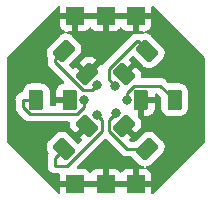
<source format=gtl>
%TF.GenerationSoftware,KiCad,Pcbnew,(6.0.0-rc1-124-g18b4ebcc17)*%
%TF.CreationDate,2022-01-01T14:30:36+10:30*%
%TF.ProjectId,ring_pcb,72696e67-5f70-4636-922e-6b696361645f,rev?*%
%TF.SameCoordinates,Original*%
%TF.FileFunction,Copper,L1,Top*%
%TF.FilePolarity,Positive*%
%FSLAX46Y46*%
G04 Gerber Fmt 4.6, Leading zero omitted, Abs format (unit mm)*
G04 Created by KiCad (PCBNEW (6.0.0-rc1-124-g18b4ebcc17)) date 2022-01-01 14:30:36*
%MOMM*%
%LPD*%
G01*
G04 APERTURE LIST*
G04 Aperture macros list*
%AMRoundRect*
0 Rectangle with rounded corners*
0 $1 Rounding radius*
0 $2 $3 $4 $5 $6 $7 $8 $9 X,Y pos of 4 corners*
0 Add a 4 corners polygon primitive as box body*
4,1,4,$2,$3,$4,$5,$6,$7,$8,$9,$2,$3,0*
0 Add four circle primitives for the rounded corners*
1,1,$1+$1,$2,$3*
1,1,$1+$1,$4,$5*
1,1,$1+$1,$6,$7*
1,1,$1+$1,$8,$9*
0 Add four rect primitives between the rounded corners*
20,1,$1+$1,$2,$3,$4,$5,0*
20,1,$1+$1,$4,$5,$6,$7,0*
20,1,$1+$1,$6,$7,$8,$9,0*
20,1,$1+$1,$8,$9,$2,$3,0*%
G04 Aperture macros list end*
%TA.AperFunction,SMDPad,CuDef*%
%ADD10R,1.500000X1.500000*%
%TD*%
%TA.AperFunction,SMDPad,CuDef*%
%ADD11RoundRect,0.250000X0.176777X-0.707107X0.707107X-0.176777X-0.176777X0.707107X-0.707107X0.176777X0*%
%TD*%
%TA.AperFunction,SMDPad,CuDef*%
%ADD12RoundRect,0.250000X-0.707107X-0.176777X-0.176777X-0.707107X0.707107X0.176777X0.176777X0.707107X0*%
%TD*%
%TA.AperFunction,SMDPad,CuDef*%
%ADD13RoundRect,0.250000X-0.176777X0.707107X-0.707107X0.176777X0.176777X-0.707107X0.707107X-0.176777X0*%
%TD*%
%TA.AperFunction,SMDPad,CuDef*%
%ADD14RoundRect,0.250000X0.707107X0.176777X0.176777X0.707107X-0.707107X-0.176777X-0.176777X-0.707107X0*%
%TD*%
%TA.AperFunction,SMDPad,CuDef*%
%ADD15RoundRect,0.250000X-0.375000X-0.625000X0.375000X-0.625000X0.375000X0.625000X-0.375000X0.625000X0*%
%TD*%
%TA.AperFunction,SMDPad,CuDef*%
%ADD16RoundRect,0.250000X0.375000X0.625000X-0.375000X0.625000X-0.375000X-0.625000X0.375000X-0.625000X0*%
%TD*%
%TA.AperFunction,ViaPad*%
%ADD17C,0.800000*%
%TD*%
%TA.AperFunction,Conductor*%
%ADD18C,0.250000*%
%TD*%
G04 APERTURE END LIST*
D10*
%TO.P,TP8,1,1*%
%TO.N,GND*%
X137160000Y-106172000D03*
%TD*%
%TO.P,TP11,1,1*%
%TO.N,GND*%
X134569200Y-106172000D03*
%TD*%
D11*
%TO.P,D1,1,K*%
%TO.N,GND*%
X138710051Y-96874949D03*
%TO.P,D1,2,A*%
%TO.N,/N1*%
X140689949Y-94895051D03*
%TD*%
D12*
%TO.P,D2,1,K*%
%TO.N,GND*%
X138710051Y-101245051D03*
%TO.P,D2,2,A*%
%TO.N,/N2*%
X140689949Y-103224949D03*
%TD*%
D10*
%TO.P,TP10,1,1*%
%TO.N,GND*%
X139750800Y-91948000D03*
%TD*%
%TO.P,TP9,1,1*%
%TO.N,GND*%
X139750800Y-106172000D03*
%TD*%
D13*
%TO.P,D3,1,K*%
%TO.N,GND*%
X135609949Y-101245051D03*
%TO.P,D3,2,A*%
%TO.N,/N3*%
X133630051Y-103224949D03*
%TD*%
D14*
%TO.P,D6,1,K*%
%TO.N,GND*%
X135609949Y-96874949D03*
%TO.P,D6,2,A*%
%TO.N,/N6*%
X133630051Y-94895051D03*
%TD*%
D10*
%TO.P,TP12,1,1*%
%TO.N,GND*%
X134569200Y-91948000D03*
%TD*%
%TO.P,TP7,1,1*%
%TO.N,GND*%
X137160000Y-91948000D03*
%TD*%
D15*
%TO.P,D4,1,K*%
%TO.N,GND*%
X140205000Y-99060000D03*
%TO.P,D4,2,A*%
%TO.N,/N4*%
X143005000Y-99060000D03*
%TD*%
D16*
%TO.P,D5,1,K*%
%TO.N,GND*%
X134115000Y-99060000D03*
%TO.P,D5,2,A*%
%TO.N,/N5*%
X131315000Y-99060000D03*
%TD*%
D17*
%TO.N,/N1*%
X137958497Y-97855100D03*
%TO.N,/N3*%
X136412301Y-100315698D03*
%TO.N,/N4*%
X138980500Y-99060000D03*
%TO.N,/N5*%
X135339500Y-99060000D03*
%TO.N,/N6*%
X136412302Y-97804301D03*
%TO.N,/N2*%
X138040874Y-100182523D03*
%TD*%
D18*
%TO.N,/N1*%
X137958497Y-97855100D02*
X137428424Y-97325027D01*
X137428424Y-97325027D02*
X137428424Y-96460200D01*
X137428424Y-96460200D02*
X139793673Y-94094951D01*
X139889849Y-94094951D02*
X140689949Y-94895051D01*
X139793673Y-94094951D02*
X139889849Y-94094951D01*
%TO.N,/N3*%
X132892800Y-104648000D02*
X133903376Y-104648000D01*
X136891576Y-101659800D02*
X136891576Y-100794973D01*
X133903376Y-104648000D02*
X136891576Y-101659800D01*
X133630051Y-103224949D02*
X132892800Y-103962200D01*
X132892800Y-103962200D02*
X132892800Y-104648000D01*
X136891576Y-100794973D02*
X136412301Y-100315698D01*
%TO.N,/N4*%
X143005000Y-99060000D02*
X141805480Y-97860480D01*
X141805480Y-97860480D02*
X139592026Y-97860480D01*
X138980500Y-98472006D02*
X138980500Y-99060000D01*
X139592026Y-97860480D02*
X138980500Y-98472006D01*
%TO.N,/N5*%
X134727974Y-100259520D02*
X135339500Y-99647994D01*
X135339500Y-99647994D02*
X135339500Y-99060000D01*
X130175000Y-99060000D02*
X130175000Y-99695000D01*
X130175000Y-99695000D02*
X130739520Y-100259520D01*
X130739520Y-100259520D02*
X134727974Y-100259520D01*
X131315000Y-99060000D02*
X130175000Y-99060000D01*
%TO.N,/N6*%
X136020203Y-98196400D02*
X136412302Y-97804301D01*
X132892800Y-95854176D02*
X135235024Y-98196400D01*
X132892800Y-95632302D02*
X132892800Y-95808800D01*
X133630051Y-94895051D02*
X132892800Y-95632302D01*
X135235024Y-98196400D02*
X136020203Y-98196400D01*
X132892800Y-95808800D02*
X132892800Y-95854176D01*
%TO.N,/N2*%
X137428424Y-101659800D02*
X138993573Y-103224949D01*
X138040874Y-100182523D02*
X137428424Y-100794973D01*
X138993573Y-103224949D02*
X140689949Y-103224949D01*
X137428424Y-100794973D02*
X137428424Y-101659800D01*
%TD*%
%TA.AperFunction,Conductor*%
%TO.N,GND*%
G36*
X141217311Y-91136185D02*
G01*
X141223894Y-91142314D01*
X145505095Y-95423515D01*
X145539121Y-95485827D01*
X145542000Y-95512610D01*
X145542000Y-102607390D01*
X145521998Y-102675511D01*
X145505095Y-102696485D01*
X141223895Y-106977685D01*
X141161583Y-107011711D01*
X141090768Y-107006646D01*
X141033932Y-106964099D01*
X141009121Y-106897579D01*
X141008800Y-106888590D01*
X141008800Y-106444115D01*
X141004325Y-106428876D01*
X141002935Y-106427671D01*
X140995252Y-106426000D01*
X138510916Y-106426000D01*
X138496466Y-106430243D01*
X138434185Y-106432468D01*
X138404452Y-106426000D01*
X135920116Y-106426000D01*
X135905666Y-106430243D01*
X135843385Y-106432468D01*
X135813652Y-106426000D01*
X133329316Y-106426000D01*
X133314077Y-106430475D01*
X133312872Y-106431865D01*
X133311201Y-106439548D01*
X133311201Y-106888591D01*
X133291199Y-106956712D01*
X133237543Y-107003205D01*
X133167269Y-107013309D01*
X133102689Y-106983815D01*
X133096106Y-106977686D01*
X128814905Y-102696485D01*
X128780879Y-102634173D01*
X128778000Y-102607390D01*
X128778000Y-99019906D01*
X129537725Y-99019906D01*
X129541251Y-99075951D01*
X129541500Y-99083862D01*
X129541500Y-99616233D01*
X129540973Y-99627416D01*
X129539298Y-99634909D01*
X129539547Y-99642835D01*
X129539547Y-99642836D01*
X129541438Y-99702986D01*
X129541500Y-99706945D01*
X129541500Y-99734856D01*
X129541997Y-99738790D01*
X129541997Y-99738791D01*
X129542005Y-99738856D01*
X129542938Y-99750693D01*
X129544327Y-99794889D01*
X129548998Y-99810967D01*
X129549978Y-99814339D01*
X129553987Y-99833700D01*
X129556526Y-99853797D01*
X129559445Y-99861168D01*
X129559445Y-99861170D01*
X129572804Y-99894912D01*
X129576649Y-99906142D01*
X129588982Y-99948593D01*
X129593015Y-99955412D01*
X129593017Y-99955417D01*
X129599293Y-99966028D01*
X129607988Y-99983776D01*
X129615448Y-100002617D01*
X129620110Y-100009033D01*
X129620110Y-100009034D01*
X129641436Y-100038387D01*
X129647952Y-100048307D01*
X129670458Y-100086362D01*
X129684779Y-100100683D01*
X129697619Y-100115716D01*
X129709528Y-100132107D01*
X129741194Y-100158303D01*
X129743593Y-100160288D01*
X129752374Y-100168278D01*
X130235873Y-100651778D01*
X130243407Y-100660057D01*
X130247520Y-100666538D01*
X130297171Y-100713163D01*
X130300013Y-100715918D01*
X130319750Y-100735655D01*
X130322947Y-100738135D01*
X130331967Y-100745838D01*
X130364199Y-100776106D01*
X130371145Y-100779925D01*
X130371148Y-100779927D01*
X130381954Y-100785868D01*
X130398473Y-100796719D01*
X130414479Y-100809134D01*
X130421748Y-100812279D01*
X130421752Y-100812282D01*
X130455057Y-100826694D01*
X130465707Y-100831911D01*
X130504460Y-100853215D01*
X130512135Y-100855186D01*
X130512136Y-100855186D01*
X130524082Y-100858253D01*
X130542787Y-100864657D01*
X130561375Y-100872701D01*
X130569198Y-100873940D01*
X130569208Y-100873943D01*
X130605044Y-100879619D01*
X130616664Y-100882025D01*
X130648479Y-100890193D01*
X130659490Y-100893020D01*
X130679744Y-100893020D01*
X130699454Y-100894571D01*
X130719463Y-100897740D01*
X130727355Y-100896994D01*
X130763481Y-100893579D01*
X130775339Y-100893020D01*
X134018773Y-100893020D01*
X134086894Y-100913022D01*
X134133387Y-100966678D01*
X134144773Y-101018910D01*
X134144888Y-101149996D01*
X134146583Y-101164431D01*
X134184017Y-101322171D01*
X134188990Y-101335834D01*
X134261901Y-101481118D01*
X134269329Y-101492601D01*
X134329212Y-101566155D01*
X134333522Y-101570928D01*
X134616380Y-101853786D01*
X134630324Y-101861400D01*
X134632157Y-101861269D01*
X134638772Y-101857018D01*
X135520854Y-100974936D01*
X135583166Y-100940910D01*
X135653981Y-100945975D01*
X135699044Y-100974936D01*
X135880064Y-101155956D01*
X135914090Y-101218268D01*
X135909025Y-101289083D01*
X135880064Y-101334146D01*
X135001215Y-102212995D01*
X134993601Y-102226939D01*
X134993732Y-102228772D01*
X134997983Y-102235387D01*
X135119938Y-102357342D01*
X135153964Y-102419654D01*
X135148899Y-102490469D01*
X135119939Y-102535532D01*
X134920886Y-102734585D01*
X134858576Y-102768609D01*
X134787760Y-102763545D01*
X134742697Y-102734584D01*
X133953977Y-101945864D01*
X133871429Y-101878835D01*
X133865268Y-101875756D01*
X133865264Y-101875754D01*
X133719752Y-101803047D01*
X133719753Y-101803047D01*
X133713210Y-101799778D01*
X133647185Y-101784232D01*
X133548171Y-101760917D01*
X133548167Y-101760917D01*
X133541047Y-101759240D01*
X133533731Y-101759246D01*
X133533728Y-101759246D01*
X133452421Y-101759317D01*
X133364177Y-101759394D01*
X133278131Y-101779814D01*
X133199206Y-101798543D01*
X133199205Y-101798543D01*
X133192085Y-101800233D01*
X133034005Y-101879567D01*
X133028672Y-101883909D01*
X133028670Y-101883910D01*
X132955066Y-101943833D01*
X132955065Y-101943834D01*
X132952572Y-101945864D01*
X132350966Y-102547470D01*
X132348912Y-102550000D01*
X132348908Y-102550004D01*
X132317593Y-102588570D01*
X132283937Y-102630018D01*
X132280858Y-102636179D01*
X132280856Y-102636183D01*
X132231689Y-102734584D01*
X132204880Y-102788237D01*
X132193847Y-102835093D01*
X132177039Y-102906477D01*
X132164342Y-102960399D01*
X132164496Y-103137269D01*
X132166186Y-103144390D01*
X132195345Y-103267262D01*
X132205335Y-103309361D01*
X132208617Y-103315900D01*
X132208617Y-103315901D01*
X132281582Y-103461291D01*
X132281585Y-103461295D01*
X132284669Y-103467441D01*
X132322512Y-103513924D01*
X132350008Y-103579379D01*
X132340436Y-103643513D01*
X132325621Y-103677749D01*
X132320409Y-103688387D01*
X132299105Y-103727140D01*
X132297134Y-103734815D01*
X132297134Y-103734816D01*
X132294067Y-103746762D01*
X132287663Y-103765466D01*
X132283727Y-103774563D01*
X132279619Y-103784055D01*
X132278380Y-103791878D01*
X132278377Y-103791888D01*
X132272701Y-103827724D01*
X132270295Y-103839344D01*
X132265390Y-103858449D01*
X132259300Y-103882170D01*
X132259300Y-103902424D01*
X132257749Y-103922134D01*
X132254580Y-103942143D01*
X132255326Y-103950035D01*
X132258741Y-103986161D01*
X132259300Y-103998019D01*
X132259300Y-104576207D01*
X132257068Y-104599816D01*
X132255525Y-104607906D01*
X132256023Y-104615817D01*
X132259051Y-104663951D01*
X132259300Y-104671862D01*
X132259300Y-104687856D01*
X132261306Y-104703730D01*
X132262048Y-104711590D01*
X132265575Y-104767650D01*
X132268025Y-104775191D01*
X132268121Y-104775487D01*
X132273294Y-104798631D01*
X132273332Y-104798935D01*
X132273333Y-104798940D01*
X132274326Y-104806797D01*
X132277242Y-104814162D01*
X132277243Y-104814166D01*
X132294999Y-104859011D01*
X132297671Y-104866430D01*
X132315036Y-104919875D01*
X132319286Y-104926571D01*
X132319286Y-104926572D01*
X132319450Y-104926831D01*
X132330215Y-104947958D01*
X132330329Y-104948246D01*
X132330332Y-104948251D01*
X132333248Y-104955617D01*
X132337904Y-104962025D01*
X132337907Y-104962031D01*
X132366258Y-105001052D01*
X132370701Y-105007589D01*
X132400800Y-105055018D01*
X132406578Y-105060444D01*
X132406579Y-105060445D01*
X132406807Y-105060659D01*
X132422488Y-105078446D01*
X132427328Y-105085107D01*
X132433437Y-105090161D01*
X132433438Y-105090162D01*
X132470596Y-105120903D01*
X132476530Y-105126134D01*
X132511698Y-105159158D01*
X132511701Y-105159160D01*
X132517479Y-105164586D01*
X132524703Y-105168558D01*
X132544306Y-105181881D01*
X132544546Y-105182080D01*
X132544553Y-105182084D01*
X132550656Y-105187133D01*
X132590200Y-105205741D01*
X132601476Y-105211047D01*
X132608508Y-105214629D01*
X132657740Y-105241695D01*
X132665415Y-105243665D01*
X132665421Y-105243668D01*
X132665719Y-105243744D01*
X132688028Y-105251776D01*
X132688303Y-105251906D01*
X132688311Y-105251909D01*
X132695482Y-105255283D01*
X132750649Y-105265806D01*
X132758358Y-105267529D01*
X132792351Y-105276257D01*
X132805093Y-105279529D01*
X132805094Y-105279529D01*
X132812770Y-105281500D01*
X132821007Y-105281500D01*
X132844616Y-105283732D01*
X132844919Y-105283790D01*
X132844923Y-105283790D01*
X132852706Y-105285275D01*
X132908751Y-105281749D01*
X132916662Y-105281500D01*
X133185200Y-105281500D01*
X133253321Y-105301502D01*
X133299814Y-105355158D01*
X133311200Y-105407500D01*
X133311200Y-105899885D01*
X133315675Y-105915124D01*
X133317065Y-105916329D01*
X133324748Y-105918000D01*
X135809084Y-105918000D01*
X135823534Y-105913757D01*
X135885815Y-105911532D01*
X135915548Y-105918000D01*
X136887885Y-105918000D01*
X136903124Y-105913525D01*
X136904329Y-105912135D01*
X136906000Y-105904452D01*
X136906000Y-105899885D01*
X137414000Y-105899885D01*
X137418475Y-105915124D01*
X137419865Y-105916329D01*
X137427548Y-105918000D01*
X138399884Y-105918000D01*
X138414334Y-105913757D01*
X138476615Y-105911532D01*
X138506348Y-105918000D01*
X139478685Y-105918000D01*
X139493924Y-105913525D01*
X139495129Y-105912135D01*
X139496800Y-105904452D01*
X139496800Y-104932116D01*
X139492325Y-104916877D01*
X139490935Y-104915672D01*
X139483252Y-104914001D01*
X138956131Y-104914001D01*
X138949310Y-104914371D01*
X138898448Y-104919895D01*
X138883196Y-104923521D01*
X138762746Y-104968676D01*
X138747151Y-104977214D01*
X138645076Y-105053715D01*
X138632519Y-105066272D01*
X138556227Y-105168069D01*
X138499367Y-105210584D01*
X138428549Y-105215610D01*
X138366255Y-105181550D01*
X138354573Y-105168069D01*
X138278281Y-105066272D01*
X138265724Y-105053715D01*
X138163649Y-104977214D01*
X138148054Y-104968676D01*
X138027606Y-104923522D01*
X138012351Y-104919895D01*
X137961486Y-104914369D01*
X137954672Y-104914000D01*
X137432115Y-104914000D01*
X137416876Y-104918475D01*
X137415671Y-104919865D01*
X137414000Y-104927548D01*
X137414000Y-105899885D01*
X136906000Y-105899885D01*
X136906000Y-104932116D01*
X136901525Y-104916877D01*
X136900135Y-104915672D01*
X136892452Y-104914001D01*
X136365331Y-104914001D01*
X136358510Y-104914371D01*
X136307648Y-104919895D01*
X136292396Y-104923521D01*
X136171946Y-104968676D01*
X136156351Y-104977214D01*
X136054276Y-105053715D01*
X136041719Y-105066272D01*
X135965427Y-105168069D01*
X135908567Y-105210584D01*
X135837749Y-105215610D01*
X135775455Y-105181550D01*
X135763773Y-105168069D01*
X135687481Y-105066272D01*
X135674924Y-105053715D01*
X135572849Y-104977214D01*
X135557254Y-104968676D01*
X135436806Y-104923522D01*
X135421551Y-104919895D01*
X135370686Y-104914369D01*
X135363873Y-104914000D01*
X134837470Y-104914001D01*
X134769349Y-104893999D01*
X134722856Y-104840344D01*
X134712752Y-104770070D01*
X134742245Y-104705489D01*
X134748375Y-104698906D01*
X137070905Y-102376376D01*
X137133217Y-102342350D01*
X137204032Y-102347415D01*
X137249095Y-102376376D01*
X138489921Y-103617202D01*
X138497461Y-103625488D01*
X138501573Y-103631967D01*
X138507350Y-103637392D01*
X138551224Y-103678592D01*
X138554066Y-103681347D01*
X138573803Y-103701084D01*
X138577000Y-103703564D01*
X138586020Y-103711267D01*
X138618252Y-103741535D01*
X138625198Y-103745354D01*
X138625201Y-103745356D01*
X138636007Y-103751297D01*
X138652526Y-103762148D01*
X138668532Y-103774563D01*
X138675801Y-103777708D01*
X138675805Y-103777711D01*
X138709110Y-103792123D01*
X138719760Y-103797340D01*
X138758513Y-103818644D01*
X138766188Y-103820615D01*
X138766189Y-103820615D01*
X138778135Y-103823682D01*
X138796840Y-103830086D01*
X138815428Y-103838130D01*
X138823251Y-103839369D01*
X138823261Y-103839372D01*
X138859097Y-103845048D01*
X138870717Y-103847454D01*
X138905862Y-103856477D01*
X138913543Y-103858449D01*
X138933797Y-103858449D01*
X138953507Y-103860000D01*
X138973516Y-103863169D01*
X138981408Y-103862423D01*
X139017534Y-103859008D01*
X139029392Y-103858449D01*
X139315382Y-103858449D01*
X139383503Y-103878451D01*
X139408881Y-103899992D01*
X139410864Y-103902428D01*
X140012470Y-104504034D01*
X140095018Y-104571063D01*
X140101179Y-104574142D01*
X140101183Y-104574144D01*
X140168753Y-104607906D01*
X140253237Y-104650120D01*
X140317935Y-104665354D01*
X140379658Y-104700437D01*
X140412615Y-104763320D01*
X140406344Y-104834039D01*
X140362834Y-104890141D01*
X140289056Y-104914000D01*
X140022915Y-104914000D01*
X140007676Y-104918475D01*
X140006471Y-104919865D01*
X140004800Y-104927548D01*
X140004800Y-105899885D01*
X140009275Y-105915124D01*
X140010665Y-105916329D01*
X140018348Y-105918000D01*
X140990684Y-105918000D01*
X141005923Y-105913525D01*
X141007128Y-105912135D01*
X141008799Y-105904452D01*
X141008799Y-105377331D01*
X141008429Y-105370510D01*
X141002905Y-105319648D01*
X140999279Y-105304396D01*
X140954124Y-105183946D01*
X140945586Y-105168351D01*
X140869085Y-105066276D01*
X140856524Y-105053715D01*
X140754449Y-104977214D01*
X140738854Y-104968676D01*
X140618631Y-104923606D01*
X140561867Y-104880964D01*
X140537167Y-104814403D01*
X140552375Y-104745054D01*
X140602661Y-104694936D01*
X140633768Y-104683029D01*
X140767240Y-104651355D01*
X140767241Y-104651355D01*
X140774361Y-104649665D01*
X140780901Y-104646383D01*
X140926291Y-104573418D01*
X140926295Y-104573415D01*
X140932441Y-104570331D01*
X140937777Y-104565987D01*
X141011382Y-104506064D01*
X141011387Y-104506060D01*
X141013875Y-104504034D01*
X141969034Y-103548875D01*
X142036063Y-103466327D01*
X142039142Y-103460166D01*
X142039144Y-103460162D01*
X142111851Y-103314650D01*
X142115120Y-103308108D01*
X142130666Y-103242083D01*
X142153981Y-103143069D01*
X142153981Y-103143065D01*
X142155658Y-103135945D01*
X142155637Y-103110945D01*
X142155517Y-102974075D01*
X142155504Y-102959075D01*
X142114665Y-102786983D01*
X142102903Y-102763545D01*
X142038417Y-102635052D01*
X142035331Y-102628903D01*
X142002495Y-102588570D01*
X141971065Y-102549964D01*
X141971059Y-102549958D01*
X141969034Y-102547470D01*
X141367428Y-101945864D01*
X141284880Y-101878835D01*
X141278719Y-101875756D01*
X141278715Y-101875754D01*
X141133203Y-101803047D01*
X141133204Y-101803047D01*
X141126661Y-101799778D01*
X141060093Y-101784104D01*
X140961623Y-101760917D01*
X140961619Y-101760917D01*
X140954499Y-101759240D01*
X140947183Y-101759246D01*
X140947180Y-101759246D01*
X140865873Y-101759317D01*
X140777629Y-101759394D01*
X140691583Y-101779814D01*
X140612658Y-101798543D01*
X140612657Y-101798543D01*
X140605537Y-101800233D01*
X140598998Y-101803515D01*
X140598997Y-101803515D01*
X140453607Y-101876480D01*
X140453603Y-101876483D01*
X140447457Y-101879567D01*
X140442122Y-101883910D01*
X140442121Y-101883911D01*
X140368518Y-101943833D01*
X140366023Y-101945864D01*
X139757343Y-102554544D01*
X139695031Y-102588570D01*
X139668248Y-102591449D01*
X139308167Y-102591449D01*
X139240046Y-102571447D01*
X139219072Y-102554544D01*
X139200062Y-102535534D01*
X139166036Y-102473222D01*
X139171101Y-102402407D01*
X139200062Y-102357344D01*
X139318786Y-102238620D01*
X139326400Y-102224676D01*
X139326269Y-102222843D01*
X139322018Y-102216228D01*
X138439936Y-101334146D01*
X138405910Y-101271834D01*
X138410975Y-101201019D01*
X138439936Y-101155956D01*
X138620956Y-100974936D01*
X138683268Y-100940910D01*
X138754083Y-100945975D01*
X138799146Y-100974936D01*
X139677995Y-101853785D01*
X139691939Y-101861399D01*
X139693772Y-101861268D01*
X139700387Y-101857017D01*
X139986452Y-101570952D01*
X139990801Y-101566129D01*
X140051400Y-101491499D01*
X140058822Y-101479988D01*
X140131473Y-101334591D01*
X140136427Y-101320909D01*
X140173583Y-101163112D01*
X140175254Y-101148670D01*
X140175112Y-100986552D01*
X140173417Y-100972117D01*
X140135983Y-100814378D01*
X140131010Y-100800715D01*
X140058100Y-100655433D01*
X140050670Y-100643947D01*
X139990780Y-100570384D01*
X139986494Y-100565636D01*
X139981666Y-100560809D01*
X139947636Y-100498499D01*
X139947635Y-100444923D01*
X139951000Y-100429455D01*
X139951000Y-100424884D01*
X140459000Y-100424884D01*
X140463475Y-100440123D01*
X140464865Y-100441328D01*
X140472548Y-100442999D01*
X140627095Y-100442999D01*
X140633614Y-100442662D01*
X140729206Y-100432743D01*
X140742600Y-100429851D01*
X140896784Y-100378412D01*
X140909962Y-100372239D01*
X141047807Y-100286937D01*
X141059208Y-100277901D01*
X141173739Y-100163171D01*
X141182751Y-100151760D01*
X141267816Y-100013757D01*
X141273963Y-100000576D01*
X141325138Y-99846290D01*
X141328005Y-99832914D01*
X141337672Y-99738562D01*
X141338000Y-99732146D01*
X141338000Y-99332115D01*
X141333525Y-99316876D01*
X141332135Y-99315671D01*
X141324452Y-99314000D01*
X140477115Y-99314000D01*
X140461876Y-99318475D01*
X140460671Y-99319865D01*
X140459000Y-99327548D01*
X140459000Y-100424884D01*
X139951000Y-100424884D01*
X139951000Y-98932000D01*
X139971002Y-98863879D01*
X140024658Y-98817386D01*
X140077000Y-98806000D01*
X141319884Y-98806000D01*
X141335123Y-98801525D01*
X141336328Y-98800135D01*
X141337999Y-98792452D01*
X141337999Y-98619980D01*
X141358001Y-98551859D01*
X141411657Y-98505366D01*
X141463999Y-98493980D01*
X141490886Y-98493980D01*
X141559007Y-98513982D01*
X141579981Y-98530885D01*
X141834595Y-98785499D01*
X141868621Y-98847811D01*
X141871500Y-98874594D01*
X141871500Y-99735400D01*
X141871837Y-99738646D01*
X141871837Y-99738650D01*
X141881618Y-99832914D01*
X141882474Y-99841166D01*
X141938450Y-100008946D01*
X142031522Y-100159348D01*
X142156697Y-100284305D01*
X142162927Y-100288145D01*
X142162928Y-100288146D01*
X142300090Y-100372694D01*
X142307262Y-100377115D01*
X142387005Y-100403564D01*
X142468611Y-100430632D01*
X142468613Y-100430632D01*
X142475139Y-100432797D01*
X142481975Y-100433497D01*
X142481978Y-100433498D01*
X142525031Y-100437909D01*
X142579600Y-100443500D01*
X143430400Y-100443500D01*
X143433646Y-100443163D01*
X143433650Y-100443163D01*
X143529308Y-100433238D01*
X143529312Y-100433237D01*
X143536166Y-100432526D01*
X143542702Y-100430345D01*
X143542704Y-100430345D01*
X143674806Y-100386272D01*
X143703946Y-100376550D01*
X143854348Y-100283478D01*
X143979305Y-100158303D01*
X144072115Y-100007738D01*
X144127797Y-99839861D01*
X144129437Y-99823861D01*
X144137541Y-99744760D01*
X144138500Y-99735400D01*
X144138500Y-98384600D01*
X144131683Y-98318895D01*
X144128238Y-98285692D01*
X144128237Y-98285688D01*
X144127526Y-98278834D01*
X144071550Y-98111054D01*
X143978478Y-97960652D01*
X143853303Y-97835695D01*
X143847072Y-97831854D01*
X143708968Y-97746725D01*
X143708966Y-97746724D01*
X143702738Y-97742885D01*
X143622995Y-97716436D01*
X143541389Y-97689368D01*
X143541387Y-97689368D01*
X143534861Y-97687203D01*
X143528025Y-97686503D01*
X143528022Y-97686502D01*
X143484969Y-97682091D01*
X143430400Y-97676500D01*
X142579600Y-97676500D01*
X142576559Y-97676816D01*
X142507532Y-97660367D01*
X142480992Y-97640087D01*
X142309132Y-97468227D01*
X142301592Y-97459941D01*
X142297480Y-97453462D01*
X142275419Y-97432745D01*
X142247829Y-97406837D01*
X142244987Y-97404082D01*
X142225250Y-97384345D01*
X142222053Y-97381865D01*
X142213031Y-97374160D01*
X142180801Y-97343894D01*
X142173855Y-97340075D01*
X142173852Y-97340073D01*
X142163046Y-97334132D01*
X142146527Y-97323281D01*
X142146063Y-97322921D01*
X142130521Y-97310866D01*
X142123252Y-97307721D01*
X142123248Y-97307718D01*
X142089943Y-97293306D01*
X142079293Y-97288089D01*
X142040540Y-97266785D01*
X142020917Y-97261747D01*
X142002214Y-97255343D01*
X141990900Y-97250447D01*
X141990899Y-97250447D01*
X141983625Y-97247299D01*
X141975802Y-97246060D01*
X141975792Y-97246057D01*
X141939956Y-97240381D01*
X141928336Y-97237975D01*
X141893191Y-97228952D01*
X141893190Y-97228952D01*
X141885510Y-97226980D01*
X141865256Y-97226980D01*
X141845545Y-97225429D01*
X141833366Y-97223500D01*
X141825537Y-97222260D01*
X141817645Y-97223006D01*
X141781519Y-97226421D01*
X141769661Y-97226980D01*
X140301227Y-97226980D01*
X140233106Y-97206978D01*
X140186613Y-97153322D01*
X140175227Y-97101090D01*
X140175112Y-96970004D01*
X140173417Y-96955569D01*
X140135983Y-96797829D01*
X140131010Y-96784166D01*
X140058099Y-96638882D01*
X140050671Y-96627399D01*
X139990788Y-96553845D01*
X139986478Y-96549072D01*
X139703620Y-96266214D01*
X139689676Y-96258600D01*
X139687843Y-96258731D01*
X139681228Y-96262982D01*
X138799146Y-97145064D01*
X138736834Y-97179090D01*
X138666019Y-97174025D01*
X138620956Y-97145064D01*
X138439936Y-96964044D01*
X138405910Y-96901732D01*
X138410975Y-96830917D01*
X138439936Y-96785854D01*
X139318785Y-95907005D01*
X139326399Y-95893061D01*
X139326268Y-95891228D01*
X139322017Y-95884613D01*
X139200062Y-95762658D01*
X139166036Y-95700346D01*
X139171101Y-95629531D01*
X139200061Y-95584468D01*
X139399114Y-95385415D01*
X139461424Y-95351391D01*
X139532240Y-95356455D01*
X139577303Y-95385416D01*
X140366023Y-96174136D01*
X140448571Y-96241165D01*
X140454732Y-96244244D01*
X140454736Y-96244246D01*
X140558982Y-96296334D01*
X140606790Y-96320222D01*
X140655065Y-96331589D01*
X140771829Y-96359083D01*
X140771833Y-96359083D01*
X140778953Y-96360760D01*
X140786269Y-96360754D01*
X140786272Y-96360754D01*
X140867579Y-96360683D01*
X140955823Y-96360606D01*
X141095481Y-96327464D01*
X141120794Y-96321457D01*
X141120795Y-96321457D01*
X141127915Y-96319767D01*
X141174608Y-96296334D01*
X141279846Y-96243519D01*
X141285995Y-96240433D01*
X141291330Y-96236090D01*
X141364934Y-96176167D01*
X141364940Y-96176161D01*
X141367428Y-96174136D01*
X141969034Y-95572530D01*
X142036063Y-95489982D01*
X142039142Y-95483821D01*
X142039144Y-95483817D01*
X142102782Y-95356455D01*
X142115120Y-95331763D01*
X142142274Y-95216443D01*
X142153981Y-95166725D01*
X142153981Y-95166721D01*
X142155658Y-95159601D01*
X142155643Y-95141781D01*
X142155512Y-94992338D01*
X142155504Y-94982731D01*
X142127151Y-94863253D01*
X142116355Y-94817760D01*
X142116355Y-94817759D01*
X142114665Y-94810639D01*
X142111383Y-94804099D01*
X142038418Y-94658709D01*
X142038415Y-94658705D01*
X142035331Y-94652559D01*
X141969034Y-94571125D01*
X141013875Y-93615966D01*
X141008680Y-93611747D01*
X140936679Y-93553283D01*
X140931327Y-93548937D01*
X140925166Y-93545858D01*
X140925162Y-93545856D01*
X140794418Y-93480528D01*
X140773108Y-93469880D01*
X140765989Y-93468204D01*
X140765987Y-93468203D01*
X140633821Y-93437083D01*
X140572097Y-93402000D01*
X140539140Y-93339117D01*
X140545411Y-93268398D01*
X140588921Y-93212296D01*
X140618469Y-93196455D01*
X140738854Y-93151324D01*
X140754449Y-93142786D01*
X140856524Y-93066285D01*
X140869085Y-93053724D01*
X140945586Y-92951649D01*
X140954124Y-92936054D01*
X140999278Y-92815606D01*
X141002905Y-92800351D01*
X141008431Y-92749486D01*
X141008800Y-92742672D01*
X141008800Y-92220115D01*
X141004325Y-92204876D01*
X141002935Y-92203671D01*
X140995252Y-92202000D01*
X140022915Y-92202000D01*
X140007676Y-92206475D01*
X140006471Y-92207865D01*
X140004800Y-92215548D01*
X140004800Y-93187884D01*
X140009275Y-93203123D01*
X140010665Y-93204328D01*
X140018348Y-93205999D01*
X140289221Y-93205999D01*
X140357342Y-93226001D01*
X140403835Y-93279657D01*
X140413939Y-93349931D01*
X140384445Y-93414511D01*
X140318314Y-93454594D01*
X140259104Y-93468645D01*
X140259103Y-93468645D01*
X140251983Y-93470335D01*
X140245444Y-93473617D01*
X140245443Y-93473617D01*
X140242982Y-93474852D01*
X140210375Y-93491216D01*
X140140521Y-93503895D01*
X140122538Y-93500647D01*
X140105274Y-93496215D01*
X140086583Y-93489814D01*
X140075269Y-93484918D01*
X140075268Y-93484918D01*
X140067994Y-93481770D01*
X140060171Y-93480531D01*
X140060161Y-93480528D01*
X140024325Y-93474852D01*
X140012705Y-93472446D01*
X139977560Y-93463423D01*
X139977559Y-93463423D01*
X139969879Y-93461451D01*
X139949625Y-93461451D01*
X139929914Y-93459900D01*
X139917735Y-93457971D01*
X139909906Y-93456731D01*
X139875090Y-93460022D01*
X139857222Y-93460022D01*
X139853764Y-93459249D01*
X139845838Y-93459498D01*
X139845837Y-93459498D01*
X139785687Y-93461389D01*
X139781728Y-93461451D01*
X139753817Y-93461451D01*
X139749883Y-93461948D01*
X139749882Y-93461948D01*
X139749817Y-93461956D01*
X139737980Y-93462889D01*
X139706163Y-93463889D01*
X139701702Y-93464029D01*
X139693783Y-93464278D01*
X139680269Y-93468204D01*
X139674331Y-93469929D01*
X139654979Y-93473937D01*
X139647908Y-93474831D01*
X139634876Y-93476477D01*
X139627507Y-93479394D01*
X139627505Y-93479395D01*
X139593770Y-93492751D01*
X139582542Y-93496596D01*
X139540080Y-93508933D01*
X139533258Y-93512967D01*
X139533252Y-93512970D01*
X139522641Y-93519245D01*
X139504891Y-93527941D01*
X139493429Y-93532479D01*
X139493424Y-93532482D01*
X139486056Y-93535399D01*
X139479641Y-93540060D01*
X139450298Y-93561378D01*
X139440380Y-93567894D01*
X139421692Y-93578946D01*
X139402310Y-93590409D01*
X139387986Y-93604733D01*
X139372954Y-93617572D01*
X139356566Y-93629479D01*
X139328385Y-93663544D01*
X139320395Y-93672324D01*
X137036171Y-95956548D01*
X137027885Y-95964088D01*
X137021406Y-95968200D01*
X137015981Y-95973977D01*
X136974781Y-96017851D01*
X136972026Y-96020693D01*
X136952289Y-96040430D01*
X136949809Y-96043627D01*
X136942111Y-96052642D01*
X136931130Y-96064335D01*
X136869921Y-96100301D01*
X136798981Y-96097466D01*
X136778892Y-96088670D01*
X136766352Y-96081822D01*
X136764518Y-96081954D01*
X136757903Y-96086205D01*
X135699044Y-97145064D01*
X135636732Y-97179090D01*
X135565917Y-97174025D01*
X135520854Y-97145064D01*
X134642005Y-96266215D01*
X134628061Y-96258601D01*
X134626228Y-96258732D01*
X134619613Y-96262983D01*
X134497658Y-96384938D01*
X134435346Y-96418964D01*
X134364531Y-96413899D01*
X134319468Y-96384939D01*
X134120415Y-96185886D01*
X134086391Y-96123576D01*
X134091455Y-96052760D01*
X134120416Y-96007697D01*
X134232789Y-95895324D01*
X134993600Y-95895324D01*
X134993731Y-95897157D01*
X134997982Y-95903772D01*
X135597137Y-96502927D01*
X135611081Y-96510541D01*
X135612914Y-96510410D01*
X135619529Y-96506159D01*
X136395460Y-95730228D01*
X136403074Y-95716284D01*
X136402943Y-95714451D01*
X136398692Y-95707836D01*
X136289404Y-95598548D01*
X136284581Y-95594199D01*
X136209951Y-95533600D01*
X136198440Y-95526178D01*
X136053043Y-95453527D01*
X136039361Y-95448573D01*
X135881564Y-95411417D01*
X135867122Y-95409746D01*
X135705004Y-95409888D01*
X135690569Y-95411583D01*
X135532829Y-95449017D01*
X135519166Y-95453990D01*
X135373882Y-95526901D01*
X135362399Y-95534329D01*
X135288845Y-95594212D01*
X135284072Y-95598522D01*
X135001214Y-95881380D01*
X134993600Y-95895324D01*
X134232789Y-95895324D01*
X134909136Y-95218977D01*
X134926023Y-95198181D01*
X134971819Y-95141781D01*
X134976165Y-95136429D01*
X134979244Y-95130268D01*
X134979246Y-95130264D01*
X135051953Y-94984752D01*
X135055222Y-94978210D01*
X135085287Y-94850525D01*
X135094083Y-94813171D01*
X135094083Y-94813167D01*
X135095760Y-94806047D01*
X135095606Y-94629177D01*
X135054767Y-94457085D01*
X134975433Y-94299005D01*
X134971090Y-94293670D01*
X134911167Y-94220066D01*
X134911161Y-94220060D01*
X134909136Y-94217572D01*
X134307530Y-93615966D01*
X134302335Y-93611747D01*
X134230334Y-93553283D01*
X134224982Y-93548937D01*
X134218821Y-93545858D01*
X134218817Y-93545856D01*
X134088073Y-93480528D01*
X134066763Y-93469880D01*
X134002065Y-93454646D01*
X133940342Y-93419563D01*
X133907385Y-93356680D01*
X133913656Y-93285961D01*
X133957166Y-93229859D01*
X134030944Y-93206000D01*
X134297085Y-93206000D01*
X134312324Y-93201525D01*
X134313529Y-93200135D01*
X134315200Y-93192452D01*
X134315200Y-93187884D01*
X134823200Y-93187884D01*
X134827675Y-93203123D01*
X134829065Y-93204328D01*
X134836748Y-93205999D01*
X135363869Y-93205999D01*
X135370690Y-93205629D01*
X135421552Y-93200105D01*
X135436804Y-93196479D01*
X135557254Y-93151324D01*
X135572849Y-93142786D01*
X135674924Y-93066285D01*
X135687481Y-93053728D01*
X135763773Y-92951931D01*
X135820633Y-92909416D01*
X135891451Y-92904390D01*
X135953745Y-92938450D01*
X135965427Y-92951931D01*
X136041719Y-93053728D01*
X136054276Y-93066285D01*
X136156351Y-93142786D01*
X136171946Y-93151324D01*
X136292394Y-93196478D01*
X136307649Y-93200105D01*
X136358514Y-93205631D01*
X136365328Y-93206000D01*
X136887885Y-93206000D01*
X136903124Y-93201525D01*
X136904329Y-93200135D01*
X136906000Y-93192452D01*
X136906000Y-93187884D01*
X137414000Y-93187884D01*
X137418475Y-93203123D01*
X137419865Y-93204328D01*
X137427548Y-93205999D01*
X137954669Y-93205999D01*
X137961490Y-93205629D01*
X138012352Y-93200105D01*
X138027604Y-93196479D01*
X138148054Y-93151324D01*
X138163649Y-93142786D01*
X138265724Y-93066285D01*
X138278281Y-93053728D01*
X138354573Y-92951931D01*
X138411433Y-92909416D01*
X138482251Y-92904390D01*
X138544545Y-92938450D01*
X138556227Y-92951931D01*
X138632519Y-93053728D01*
X138645076Y-93066285D01*
X138747151Y-93142786D01*
X138762746Y-93151324D01*
X138883194Y-93196478D01*
X138898449Y-93200105D01*
X138949314Y-93205631D01*
X138956128Y-93206000D01*
X139478685Y-93206000D01*
X139493924Y-93201525D01*
X139495129Y-93200135D01*
X139496800Y-93192452D01*
X139496800Y-92220115D01*
X139492325Y-92204876D01*
X139490935Y-92203671D01*
X139483252Y-92202000D01*
X138510916Y-92202000D01*
X138496466Y-92206243D01*
X138434185Y-92208468D01*
X138404452Y-92202000D01*
X137432115Y-92202000D01*
X137416876Y-92206475D01*
X137415671Y-92207865D01*
X137414000Y-92215548D01*
X137414000Y-93187884D01*
X136906000Y-93187884D01*
X136906000Y-92220115D01*
X136901525Y-92204876D01*
X136900135Y-92203671D01*
X136892452Y-92202000D01*
X135920116Y-92202000D01*
X135905666Y-92206243D01*
X135843385Y-92208468D01*
X135813652Y-92202000D01*
X134841315Y-92202000D01*
X134826076Y-92206475D01*
X134824871Y-92207865D01*
X134823200Y-92215548D01*
X134823200Y-93187884D01*
X134315200Y-93187884D01*
X134315200Y-92220115D01*
X134310725Y-92204876D01*
X134309335Y-92203671D01*
X134301652Y-92202000D01*
X133329316Y-92202000D01*
X133314077Y-92206475D01*
X133312872Y-92207865D01*
X133311201Y-92215548D01*
X133311201Y-92742669D01*
X133311571Y-92749490D01*
X133317095Y-92800352D01*
X133320721Y-92815604D01*
X133365876Y-92936054D01*
X133374414Y-92951649D01*
X133450915Y-93053724D01*
X133463476Y-93066285D01*
X133565551Y-93142786D01*
X133581146Y-93151324D01*
X133701369Y-93196394D01*
X133758133Y-93239036D01*
X133782833Y-93305597D01*
X133767625Y-93374946D01*
X133717339Y-93425064D01*
X133686232Y-93436971D01*
X133552760Y-93468645D01*
X133552759Y-93468645D01*
X133545639Y-93470335D01*
X133539100Y-93473617D01*
X133539099Y-93473617D01*
X133393709Y-93546582D01*
X133393705Y-93546585D01*
X133387559Y-93549669D01*
X133382224Y-93554012D01*
X133382223Y-93554013D01*
X133308653Y-93613908D01*
X133306125Y-93615966D01*
X132350966Y-94571125D01*
X132283937Y-94653673D01*
X132280858Y-94659834D01*
X132280856Y-94659838D01*
X132225479Y-94770667D01*
X132204880Y-94811892D01*
X132203204Y-94819011D01*
X132166830Y-94973490D01*
X132164342Y-94984055D01*
X132164348Y-94991371D01*
X132164348Y-94991374D01*
X132164402Y-95052556D01*
X132164496Y-95160925D01*
X132205335Y-95333017D01*
X132208617Y-95339556D01*
X132208617Y-95339557D01*
X132257118Y-95436200D01*
X132269796Y-95506055D01*
X132266546Y-95524050D01*
X132261271Y-95544593D01*
X132261270Y-95544597D01*
X132259300Y-95552272D01*
X132259300Y-95572526D01*
X132257749Y-95592236D01*
X132254580Y-95612245D01*
X132255326Y-95620137D01*
X132258741Y-95656263D01*
X132259300Y-95668121D01*
X132259300Y-95775409D01*
X132258773Y-95786592D01*
X132257098Y-95794085D01*
X132257347Y-95802011D01*
X132257347Y-95802012D01*
X132259238Y-95862162D01*
X132259300Y-95866121D01*
X132259300Y-95894032D01*
X132259797Y-95897966D01*
X132259797Y-95897967D01*
X132259805Y-95898032D01*
X132260738Y-95909869D01*
X132262127Y-95954065D01*
X132266234Y-95968200D01*
X132267778Y-95973515D01*
X132271787Y-95992876D01*
X132274326Y-96012973D01*
X132277245Y-96020344D01*
X132277245Y-96020346D01*
X132290604Y-96054088D01*
X132294449Y-96065318D01*
X132306782Y-96107769D01*
X132310815Y-96114588D01*
X132310817Y-96114593D01*
X132317093Y-96125204D01*
X132325788Y-96142952D01*
X132333248Y-96161793D01*
X132337910Y-96168209D01*
X132337910Y-96168210D01*
X132359236Y-96197563D01*
X132365752Y-96207483D01*
X132383102Y-96236819D01*
X132388258Y-96245538D01*
X132402579Y-96259859D01*
X132415419Y-96274892D01*
X132427328Y-96291283D01*
X132433434Y-96296334D01*
X132461405Y-96319474D01*
X132470184Y-96327464D01*
X133624842Y-97482123D01*
X133658868Y-97544435D01*
X133653803Y-97615251D01*
X133611256Y-97672086D01*
X133575623Y-97690742D01*
X133423216Y-97741588D01*
X133410038Y-97747761D01*
X133272193Y-97833063D01*
X133260792Y-97842099D01*
X133146261Y-97956829D01*
X133137249Y-97968240D01*
X133052184Y-98106243D01*
X133046037Y-98119424D01*
X132994862Y-98273710D01*
X132991995Y-98287086D01*
X132982328Y-98381438D01*
X132982000Y-98387855D01*
X132982000Y-98787885D01*
X132986475Y-98803124D01*
X132987865Y-98804329D01*
X132995548Y-98806000D01*
X134243000Y-98806000D01*
X134311121Y-98826002D01*
X134357614Y-98879658D01*
X134369000Y-98932000D01*
X134369000Y-99188000D01*
X134348998Y-99256121D01*
X134295342Y-99302614D01*
X134243000Y-99314000D01*
X133000116Y-99314000D01*
X132984877Y-99318475D01*
X132983672Y-99319865D01*
X132982001Y-99327548D01*
X132982001Y-99500020D01*
X132961999Y-99568141D01*
X132908343Y-99614634D01*
X132856001Y-99626020D01*
X132574500Y-99626020D01*
X132506379Y-99606018D01*
X132459886Y-99552362D01*
X132448500Y-99500020D01*
X132448500Y-98384600D01*
X132441683Y-98318895D01*
X132438238Y-98285692D01*
X132438237Y-98285688D01*
X132437526Y-98278834D01*
X132381550Y-98111054D01*
X132288478Y-97960652D01*
X132163303Y-97835695D01*
X132157072Y-97831854D01*
X132018968Y-97746725D01*
X132018966Y-97746724D01*
X132012738Y-97742885D01*
X131932995Y-97716436D01*
X131851389Y-97689368D01*
X131851387Y-97689368D01*
X131844861Y-97687203D01*
X131838025Y-97686503D01*
X131838022Y-97686502D01*
X131794969Y-97682091D01*
X131740400Y-97676500D01*
X130889600Y-97676500D01*
X130886354Y-97676837D01*
X130886350Y-97676837D01*
X130790692Y-97686762D01*
X130790688Y-97686763D01*
X130783834Y-97687474D01*
X130777298Y-97689655D01*
X130777296Y-97689655D01*
X130743843Y-97700816D01*
X130616054Y-97743450D01*
X130465652Y-97836522D01*
X130340695Y-97961697D01*
X130247885Y-98112262D01*
X130192203Y-98280139D01*
X130191502Y-98286977D01*
X130191502Y-98286979D01*
X130188232Y-98318895D01*
X130161390Y-98384622D01*
X130103275Y-98425404D01*
X130070800Y-98431803D01*
X130063263Y-98432277D01*
X130063262Y-98432277D01*
X130055350Y-98432775D01*
X130047809Y-98435225D01*
X130047513Y-98435321D01*
X130024369Y-98440494D01*
X130024065Y-98440532D01*
X130024060Y-98440533D01*
X130016203Y-98441526D01*
X130008838Y-98444442D01*
X130008834Y-98444443D01*
X129963989Y-98462199D01*
X129956570Y-98464871D01*
X129903125Y-98482236D01*
X129896429Y-98486486D01*
X129896428Y-98486486D01*
X129896169Y-98486650D01*
X129875042Y-98497415D01*
X129874754Y-98497529D01*
X129874749Y-98497532D01*
X129867383Y-98500448D01*
X129860975Y-98505104D01*
X129860969Y-98505107D01*
X129821948Y-98533458D01*
X129815411Y-98537901D01*
X129767982Y-98568000D01*
X129762556Y-98573778D01*
X129762555Y-98573779D01*
X129762341Y-98574007D01*
X129744554Y-98589688D01*
X129744309Y-98589866D01*
X129744307Y-98589868D01*
X129737893Y-98594528D01*
X129732839Y-98600637D01*
X129732838Y-98600638D01*
X129702097Y-98637796D01*
X129696866Y-98643730D01*
X129663842Y-98678898D01*
X129663840Y-98678901D01*
X129658414Y-98684679D01*
X129654445Y-98691899D01*
X129641119Y-98711506D01*
X129640920Y-98711746D01*
X129640916Y-98711753D01*
X129635867Y-98717856D01*
X129620135Y-98751289D01*
X129611953Y-98768676D01*
X129608371Y-98775708D01*
X129581305Y-98824940D01*
X129579335Y-98832615D01*
X129579332Y-98832621D01*
X129579256Y-98832919D01*
X129571224Y-98855228D01*
X129571094Y-98855503D01*
X129571091Y-98855511D01*
X129567717Y-98862682D01*
X129566231Y-98870474D01*
X129557195Y-98917843D01*
X129555471Y-98925558D01*
X129541500Y-98979970D01*
X129541500Y-98988207D01*
X129539268Y-99011816D01*
X129537725Y-99019906D01*
X128778000Y-99019906D01*
X128778000Y-95512610D01*
X128798002Y-95444489D01*
X128814905Y-95423515D01*
X133096105Y-91142315D01*
X133158417Y-91108289D01*
X133229232Y-91113354D01*
X133286068Y-91155901D01*
X133310879Y-91222421D01*
X133311200Y-91231410D01*
X133311200Y-91675885D01*
X133315675Y-91691124D01*
X133317065Y-91692329D01*
X133324748Y-91694000D01*
X135809084Y-91694000D01*
X135823534Y-91689757D01*
X135885815Y-91687532D01*
X135915548Y-91694000D01*
X138399884Y-91694000D01*
X138414334Y-91689757D01*
X138476615Y-91687532D01*
X138506348Y-91694000D01*
X140990684Y-91694000D01*
X141005923Y-91689525D01*
X141007128Y-91688135D01*
X141008799Y-91680452D01*
X141008799Y-91231409D01*
X141028801Y-91163288D01*
X141082457Y-91116795D01*
X141152731Y-91106691D01*
X141217311Y-91136185D01*
G37*
%TD.AperFunction*%
%TD*%
M02*

</source>
